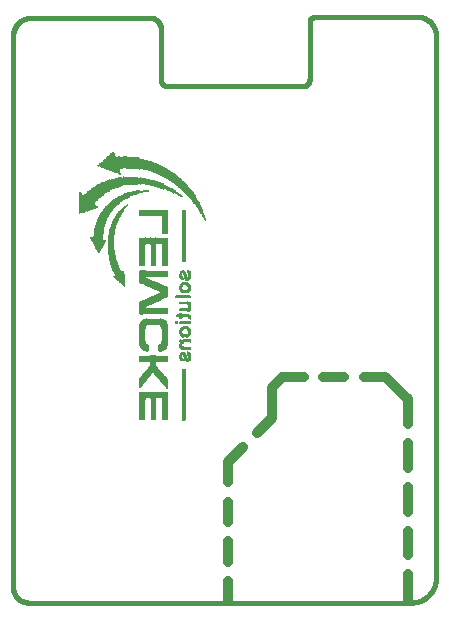
<source format=gbo>
G75*
%MOIN*%
%OFA0B0*%
%FSLAX25Y25*%
%IPPOS*%
%LPD*%
%AMOC8*
5,1,8,0,0,1.08239X$1,22.5*
%
%ADD10C,0.03200*%
%ADD11C,0.01600*%
%ADD12R,0.00100X0.00500*%
%ADD13R,0.00100X0.00700*%
%ADD14R,0.00100X0.00900*%
%ADD15R,0.00100X0.01200*%
%ADD16R,0.00100X0.01300*%
%ADD17R,0.00100X0.01500*%
%ADD18R,0.00100X0.01600*%
%ADD19R,0.00100X0.01800*%
%ADD20R,0.00100X0.01900*%
%ADD21R,0.00100X0.02000*%
%ADD22R,0.00100X0.02200*%
%ADD23R,0.00100X0.02400*%
%ADD24R,0.00100X0.02500*%
%ADD25R,0.00100X0.02600*%
%ADD26R,0.00100X0.02700*%
%ADD27R,0.00100X0.02800*%
%ADD28R,0.00100X0.02900*%
%ADD29R,0.00100X0.03000*%
%ADD30R,0.00100X0.03100*%
%ADD31R,0.00100X0.00800*%
%ADD32R,0.00100X0.01400*%
%ADD33R,0.00100X0.01100*%
%ADD34R,0.00100X0.01000*%
%ADD35R,0.00100X0.02100*%
%ADD36R,0.00100X0.03200*%
%ADD37R,0.00100X0.03300*%
%ADD38R,0.00100X0.01700*%
%ADD39R,0.00100X0.02300*%
%ADD40R,0.00100X0.17100*%
%ADD41R,0.00100X0.17000*%
%ADD42R,0.00100X0.17300*%
%ADD43R,0.00100X0.00600*%
%ADD44R,0.00100X0.00200*%
%ADD45R,0.00100X0.00300*%
%ADD46R,0.00100X0.17200*%
%ADD47R,0.00100X0.00400*%
%ADD48R,0.00100X0.07700*%
%ADD49R,0.00100X0.09200*%
%ADD50R,0.00100X0.06400*%
%ADD51R,0.00100X0.09100*%
%ADD52R,0.00100X0.08000*%
%ADD53R,0.00100X0.09500*%
%ADD54R,0.00100X0.07200*%
%ADD55R,0.00100X0.08100*%
%ADD56R,0.00100X0.09600*%
%ADD57R,0.00100X0.03500*%
%ADD58R,0.00100X0.08500*%
%ADD59R,0.00100X0.08800*%
%ADD60R,0.00100X0.03700*%
%ADD61R,0.00100X0.09400*%
%ADD62R,0.00100X0.03900*%
%ADD63R,0.00100X0.09800*%
%ADD64R,0.00100X0.04100*%
%ADD65R,0.00100X0.10000*%
%ADD66R,0.00100X0.10100*%
%ADD67R,0.00100X0.04200*%
%ADD68R,0.00100X0.10200*%
%ADD69R,0.00100X0.04300*%
%ADD70R,0.00100X0.10300*%
%ADD71R,0.00100X0.03400*%
%ADD72R,0.00100X0.10400*%
%ADD73R,0.00100X0.04500*%
%ADD74R,0.00100X0.10500*%
%ADD75R,0.00100X0.04600*%
%ADD76R,0.00100X0.10600*%
%ADD77R,0.00100X0.04700*%
%ADD78R,0.00100X0.04800*%
%ADD79R,0.00100X0.10700*%
%ADD80R,0.00100X0.04900*%
%ADD81R,0.00100X0.09300*%
%ADD82R,0.00100X0.06600*%
%ADD83R,0.00100X0.06500*%
%ADD84R,0.00100X0.06300*%
%ADD85R,0.00100X0.06100*%
%ADD86R,0.00100X0.06000*%
%ADD87R,0.00100X0.05900*%
%ADD88R,0.00100X0.05800*%
%ADD89R,0.00100X0.05700*%
%ADD90R,0.00100X0.06200*%
%ADD91R,0.00100X0.06700*%
%ADD92R,0.00100X0.00100*%
%ADD93R,0.00100X0.05000*%
%ADD94R,0.00100X0.03600*%
%ADD95R,0.00100X0.09700*%
%ADD96R,0.00100X0.04400*%
%ADD97R,0.00100X0.08900*%
%ADD98R,0.00100X0.08700*%
%ADD99R,0.00100X0.08300*%
%ADD100R,0.00100X0.07300*%
%ADD101R,0.00100X0.03800*%
%ADD102R,0.00100X0.04000*%
%ADD103R,0.00100X0.05100*%
%ADD104R,0.00100X0.05400*%
%ADD105R,0.00100X0.05600*%
%ADD106R,0.00100X0.05500*%
%ADD107R,0.00100X0.07000*%
%ADD108R,0.00100X0.07500*%
%ADD109R,0.00100X0.06900*%
%ADD110R,0.00100X0.05300*%
%ADD111R,0.00100X0.07800*%
%ADD112R,0.00100X0.06800*%
%ADD113R,0.00100X0.17400*%
%ADD114R,0.00100X0.16900*%
%ADD115R,0.00100X0.16400*%
%ADD116R,0.00100X0.16000*%
%ADD117R,0.00100X0.15600*%
%ADD118R,0.00100X0.15000*%
%ADD119R,0.00100X0.14500*%
%ADD120R,0.00100X0.13900*%
%ADD121R,0.00100X0.13300*%
%ADD122R,0.00100X0.12700*%
%ADD123R,0.00100X0.12200*%
%ADD124R,0.00100X0.11300*%
%ADD125R,0.00100X0.05200*%
%ADD126R,0.00100X0.07900*%
%ADD127R,0.00100X0.11800*%
%ADD128R,0.00100X0.11900*%
%ADD129R,0.00100X0.12000*%
%ADD130R,0.00100X0.11600*%
%ADD131R,0.00100X0.11400*%
%ADD132R,0.00100X0.11000*%
%ADD133R,0.00100X0.08400*%
%ADD134R,0.00100X0.07100*%
D10*
X0077178Y0017130D02*
X0077178Y0023944D01*
X0077178Y0030344D02*
X0077178Y0037158D01*
X0077178Y0043558D02*
X0077178Y0050372D01*
X0077178Y0056772D02*
X0077178Y0063587D01*
X0082199Y0068607D01*
X0086724Y0073133D02*
X0091745Y0078154D01*
X0091745Y0088390D01*
X0095288Y0091933D01*
X0102439Y0091933D01*
X0108839Y0091933D02*
X0115990Y0091933D01*
X0122390Y0091933D02*
X0129540Y0091933D01*
X0137020Y0084453D01*
X0137020Y0076266D01*
X0137020Y0069866D02*
X0137020Y0061679D01*
X0137020Y0055279D02*
X0137020Y0047091D01*
X0137020Y0040691D02*
X0137020Y0032504D01*
X0137020Y0026104D02*
X0137020Y0017917D01*
D11*
X0138202Y0016736D02*
X0010643Y0016736D01*
X0010502Y0016738D01*
X0010361Y0016744D01*
X0010220Y0016753D01*
X0010080Y0016767D01*
X0009940Y0016785D01*
X0009801Y0016806D01*
X0009662Y0016831D01*
X0009524Y0016860D01*
X0009387Y0016893D01*
X0009250Y0016929D01*
X0009115Y0016969D01*
X0008981Y0017013D01*
X0008848Y0017061D01*
X0008717Y0017112D01*
X0008587Y0017167D01*
X0008459Y0017226D01*
X0008332Y0017287D01*
X0008207Y0017353D01*
X0008084Y0017422D01*
X0007963Y0017494D01*
X0007844Y0017569D01*
X0007727Y0017648D01*
X0007612Y0017730D01*
X0007499Y0017815D01*
X0007389Y0017903D01*
X0007282Y0017994D01*
X0007177Y0018089D01*
X0007074Y0018186D01*
X0006975Y0018285D01*
X0006878Y0018388D01*
X0006783Y0018493D01*
X0006692Y0018600D01*
X0006604Y0018710D01*
X0006519Y0018823D01*
X0006437Y0018938D01*
X0006358Y0019055D01*
X0006283Y0019174D01*
X0006211Y0019295D01*
X0006142Y0019418D01*
X0006076Y0019543D01*
X0006015Y0019670D01*
X0005956Y0019798D01*
X0005901Y0019928D01*
X0005850Y0020059D01*
X0005802Y0020192D01*
X0005758Y0020326D01*
X0005718Y0020461D01*
X0005682Y0020598D01*
X0005649Y0020735D01*
X0005620Y0020873D01*
X0005595Y0021012D01*
X0005574Y0021151D01*
X0005556Y0021291D01*
X0005542Y0021431D01*
X0005533Y0021572D01*
X0005527Y0021713D01*
X0005525Y0021854D01*
X0005524Y0021854D02*
X0005524Y0205713D01*
X0005526Y0205865D01*
X0005532Y0206017D01*
X0005542Y0206169D01*
X0005555Y0206320D01*
X0005573Y0206471D01*
X0005594Y0206622D01*
X0005620Y0206772D01*
X0005649Y0206921D01*
X0005682Y0207070D01*
X0005719Y0207217D01*
X0005759Y0207364D01*
X0005804Y0207509D01*
X0005852Y0207653D01*
X0005904Y0207796D01*
X0005959Y0207938D01*
X0006018Y0208078D01*
X0006081Y0208217D01*
X0006147Y0208354D01*
X0006217Y0208489D01*
X0006290Y0208622D01*
X0006367Y0208753D01*
X0006447Y0208883D01*
X0006530Y0209010D01*
X0006616Y0209135D01*
X0006706Y0209258D01*
X0006799Y0209378D01*
X0006895Y0209496D01*
X0006994Y0209612D01*
X0007096Y0209725D01*
X0007200Y0209835D01*
X0007308Y0209943D01*
X0007418Y0210047D01*
X0007531Y0210149D01*
X0007647Y0210248D01*
X0007765Y0210344D01*
X0007885Y0210437D01*
X0008008Y0210527D01*
X0008133Y0210613D01*
X0008260Y0210696D01*
X0008390Y0210776D01*
X0008521Y0210853D01*
X0008654Y0210926D01*
X0008789Y0210996D01*
X0008926Y0211062D01*
X0009065Y0211125D01*
X0009205Y0211184D01*
X0009347Y0211239D01*
X0009490Y0211291D01*
X0009634Y0211339D01*
X0009779Y0211384D01*
X0009926Y0211424D01*
X0010073Y0211461D01*
X0010222Y0211494D01*
X0010371Y0211523D01*
X0010521Y0211549D01*
X0010672Y0211570D01*
X0010823Y0211588D01*
X0010974Y0211601D01*
X0011126Y0211611D01*
X0011278Y0211617D01*
X0011430Y0211619D01*
X0011430Y0211618D02*
X0051194Y0211618D01*
X0051310Y0211616D01*
X0051426Y0211610D01*
X0051541Y0211601D01*
X0051656Y0211588D01*
X0051771Y0211571D01*
X0051885Y0211550D01*
X0051999Y0211525D01*
X0052111Y0211497D01*
X0052222Y0211465D01*
X0052333Y0211430D01*
X0052442Y0211391D01*
X0052550Y0211348D01*
X0052656Y0211302D01*
X0052761Y0211253D01*
X0052864Y0211200D01*
X0052966Y0211143D01*
X0053065Y0211084D01*
X0053162Y0211021D01*
X0053258Y0210955D01*
X0053351Y0210886D01*
X0053442Y0210814D01*
X0053530Y0210739D01*
X0053616Y0210661D01*
X0053699Y0210580D01*
X0053780Y0210497D01*
X0053858Y0210411D01*
X0053933Y0210323D01*
X0054005Y0210232D01*
X0054074Y0210139D01*
X0054140Y0210043D01*
X0054203Y0209946D01*
X0054262Y0209847D01*
X0054319Y0209745D01*
X0054372Y0209642D01*
X0054421Y0209537D01*
X0054467Y0209431D01*
X0054510Y0209323D01*
X0054549Y0209214D01*
X0054584Y0209103D01*
X0054616Y0208992D01*
X0054644Y0208880D01*
X0054669Y0208766D01*
X0054690Y0208652D01*
X0054707Y0208537D01*
X0054720Y0208422D01*
X0054729Y0208307D01*
X0054735Y0208191D01*
X0054737Y0208075D01*
X0054737Y0191146D01*
X0054739Y0191051D01*
X0054745Y0190956D01*
X0054754Y0190861D01*
X0054768Y0190767D01*
X0054785Y0190674D01*
X0054806Y0190581D01*
X0054830Y0190489D01*
X0054859Y0190398D01*
X0054890Y0190308D01*
X0054926Y0190220D01*
X0054965Y0190133D01*
X0055008Y0190048D01*
X0055053Y0189965D01*
X0055103Y0189884D01*
X0055155Y0189804D01*
X0055211Y0189727D01*
X0055269Y0189652D01*
X0055331Y0189580D01*
X0055396Y0189510D01*
X0055463Y0189443D01*
X0055533Y0189378D01*
X0055605Y0189316D01*
X0055680Y0189258D01*
X0055757Y0189202D01*
X0055837Y0189150D01*
X0055918Y0189100D01*
X0056001Y0189055D01*
X0056086Y0189012D01*
X0056173Y0188973D01*
X0056261Y0188937D01*
X0056351Y0188906D01*
X0056442Y0188877D01*
X0056534Y0188853D01*
X0056627Y0188832D01*
X0056720Y0188815D01*
X0056814Y0188801D01*
X0056909Y0188792D01*
X0057004Y0188786D01*
X0057099Y0188784D01*
X0057099Y0188783D02*
X0101981Y0188783D01*
X0101981Y0188784D02*
X0102076Y0188786D01*
X0102171Y0188792D01*
X0102266Y0188801D01*
X0102360Y0188815D01*
X0102453Y0188832D01*
X0102546Y0188853D01*
X0102638Y0188877D01*
X0102729Y0188906D01*
X0102819Y0188937D01*
X0102907Y0188973D01*
X0102994Y0189012D01*
X0103079Y0189055D01*
X0103162Y0189100D01*
X0103243Y0189150D01*
X0103323Y0189202D01*
X0103400Y0189258D01*
X0103475Y0189316D01*
X0103547Y0189378D01*
X0103617Y0189443D01*
X0103684Y0189510D01*
X0103749Y0189580D01*
X0103811Y0189652D01*
X0103869Y0189727D01*
X0103925Y0189804D01*
X0103977Y0189884D01*
X0104027Y0189965D01*
X0104072Y0190048D01*
X0104115Y0190133D01*
X0104154Y0190220D01*
X0104190Y0190308D01*
X0104221Y0190398D01*
X0104250Y0190489D01*
X0104274Y0190581D01*
X0104295Y0190674D01*
X0104312Y0190767D01*
X0104326Y0190861D01*
X0104335Y0190956D01*
X0104341Y0191051D01*
X0104343Y0191146D01*
X0104343Y0210043D01*
X0104345Y0210129D01*
X0104350Y0210215D01*
X0104360Y0210300D01*
X0104373Y0210385D01*
X0104390Y0210469D01*
X0104410Y0210553D01*
X0104434Y0210635D01*
X0104462Y0210716D01*
X0104493Y0210797D01*
X0104527Y0210875D01*
X0104565Y0210952D01*
X0104607Y0211028D01*
X0104651Y0211101D01*
X0104699Y0211172D01*
X0104750Y0211242D01*
X0104804Y0211309D01*
X0104860Y0211373D01*
X0104920Y0211435D01*
X0104982Y0211495D01*
X0105046Y0211551D01*
X0105113Y0211605D01*
X0105183Y0211656D01*
X0105254Y0211704D01*
X0105328Y0211748D01*
X0105403Y0211790D01*
X0105480Y0211828D01*
X0105558Y0211862D01*
X0105639Y0211893D01*
X0105720Y0211921D01*
X0105802Y0211945D01*
X0105886Y0211965D01*
X0105970Y0211982D01*
X0106055Y0211995D01*
X0106140Y0212005D01*
X0106226Y0212010D01*
X0106312Y0212012D01*
X0140170Y0212012D01*
X0140327Y0212010D01*
X0140484Y0212004D01*
X0140641Y0211994D01*
X0140797Y0211981D01*
X0140953Y0211963D01*
X0141109Y0211942D01*
X0141264Y0211916D01*
X0141418Y0211887D01*
X0141572Y0211854D01*
X0141724Y0211817D01*
X0141876Y0211777D01*
X0142027Y0211732D01*
X0142176Y0211684D01*
X0142324Y0211632D01*
X0142471Y0211577D01*
X0142617Y0211517D01*
X0142761Y0211455D01*
X0142903Y0211388D01*
X0143044Y0211318D01*
X0143183Y0211245D01*
X0143320Y0211168D01*
X0143455Y0211088D01*
X0143587Y0211004D01*
X0143718Y0210917D01*
X0143847Y0210827D01*
X0143973Y0210734D01*
X0144097Y0210638D01*
X0144219Y0210538D01*
X0144338Y0210436D01*
X0144454Y0210330D01*
X0144568Y0210222D01*
X0144679Y0210111D01*
X0144787Y0209997D01*
X0144893Y0209881D01*
X0144995Y0209762D01*
X0145095Y0209640D01*
X0145191Y0209516D01*
X0145284Y0209390D01*
X0145374Y0209261D01*
X0145461Y0209130D01*
X0145545Y0208998D01*
X0145625Y0208863D01*
X0145702Y0208726D01*
X0145775Y0208587D01*
X0145845Y0208446D01*
X0145912Y0208304D01*
X0145974Y0208160D01*
X0146034Y0208014D01*
X0146089Y0207867D01*
X0146141Y0207719D01*
X0146189Y0207570D01*
X0146234Y0207419D01*
X0146274Y0207267D01*
X0146311Y0207115D01*
X0146344Y0206961D01*
X0146373Y0206807D01*
X0146399Y0206652D01*
X0146420Y0206496D01*
X0146438Y0206340D01*
X0146451Y0206184D01*
X0146461Y0206027D01*
X0146467Y0205870D01*
X0146469Y0205713D01*
X0146469Y0025004D01*
X0146470Y0025004D02*
X0146468Y0024804D01*
X0146460Y0024605D01*
X0146448Y0024405D01*
X0146431Y0024206D01*
X0146410Y0024007D01*
X0146383Y0023809D01*
X0146352Y0023612D01*
X0146316Y0023415D01*
X0146275Y0023220D01*
X0146230Y0023025D01*
X0146180Y0022832D01*
X0146125Y0022640D01*
X0146065Y0022449D01*
X0146001Y0022260D01*
X0145933Y0022072D01*
X0145860Y0021886D01*
X0145782Y0021702D01*
X0145700Y0021520D01*
X0145614Y0021340D01*
X0145523Y0021162D01*
X0145428Y0020986D01*
X0145329Y0020812D01*
X0145225Y0020641D01*
X0145118Y0020473D01*
X0145006Y0020307D01*
X0144891Y0020144D01*
X0144772Y0019984D01*
X0144648Y0019827D01*
X0144521Y0019672D01*
X0144391Y0019521D01*
X0144256Y0019373D01*
X0144119Y0019229D01*
X0143977Y0019087D01*
X0143833Y0018950D01*
X0143685Y0018815D01*
X0143534Y0018685D01*
X0143379Y0018558D01*
X0143222Y0018434D01*
X0143062Y0018315D01*
X0142899Y0018200D01*
X0142733Y0018088D01*
X0142565Y0017981D01*
X0142394Y0017877D01*
X0142220Y0017778D01*
X0142044Y0017683D01*
X0141866Y0017592D01*
X0141686Y0017506D01*
X0141504Y0017424D01*
X0141320Y0017346D01*
X0141134Y0017273D01*
X0140946Y0017205D01*
X0140757Y0017141D01*
X0140566Y0017081D01*
X0140374Y0017026D01*
X0140181Y0016976D01*
X0139986Y0016931D01*
X0139791Y0016890D01*
X0139594Y0016854D01*
X0139397Y0016823D01*
X0139199Y0016796D01*
X0139000Y0016775D01*
X0138801Y0016758D01*
X0138601Y0016746D01*
X0138402Y0016738D01*
X0138202Y0016736D01*
D12*
X0064962Y0115755D03*
X0069762Y0144355D03*
X0061362Y0152455D03*
X0061262Y0152555D03*
X0061062Y0152655D03*
X0050062Y0153855D03*
X0049962Y0153855D03*
X0049862Y0153855D03*
X0049762Y0153855D03*
X0049662Y0153855D03*
X0049562Y0153855D03*
X0043562Y0148955D03*
X0043462Y0148855D03*
X0041362Y0159755D03*
X0034162Y0162355D03*
X0033662Y0148555D03*
X0033562Y0148555D03*
X0039362Y0125155D03*
D13*
X0042962Y0122555D03*
X0031762Y0138155D03*
X0043062Y0148455D03*
X0048662Y0153755D03*
X0048762Y0153755D03*
X0048862Y0153755D03*
X0048962Y0153755D03*
X0060462Y0153055D03*
X0060562Y0152955D03*
X0060662Y0152955D03*
X0060762Y0152855D03*
X0069662Y0144555D03*
X0064962Y0125755D03*
X0064962Y0121655D03*
X0061262Y0116555D03*
X0060262Y0112255D03*
X0061262Y0109955D03*
X0061162Y0102155D03*
X0034362Y0162455D03*
D14*
X0034462Y0162455D03*
X0033262Y0148655D03*
X0031862Y0138055D03*
X0039662Y0125155D03*
X0042762Y0148155D03*
X0042862Y0148255D03*
X0047962Y0153655D03*
X0048062Y0153655D03*
X0048162Y0153655D03*
X0048262Y0153655D03*
X0059762Y0153455D03*
X0059962Y0153355D03*
X0060062Y0153255D03*
X0060162Y0153255D03*
X0069562Y0144755D03*
X0063762Y0126955D03*
X0062262Y0124755D03*
X0062162Y0124755D03*
X0061162Y0121655D03*
X0060062Y0118555D03*
X0059962Y0118555D03*
X0061362Y0116555D03*
X0061462Y0116555D03*
X0061562Y0116555D03*
X0061662Y0116555D03*
X0061762Y0116555D03*
X0061862Y0116555D03*
X0061962Y0116555D03*
X0062062Y0116555D03*
X0062162Y0116555D03*
X0062262Y0116555D03*
X0062362Y0116555D03*
X0062462Y0116555D03*
X0062562Y0116555D03*
X0062662Y0116555D03*
X0062762Y0116555D03*
X0062862Y0116555D03*
X0062962Y0116555D03*
X0063062Y0116555D03*
X0063162Y0116555D03*
X0063262Y0116555D03*
X0063362Y0116555D03*
X0063462Y0116555D03*
X0063562Y0116555D03*
X0063662Y0116555D03*
X0064662Y0118555D03*
X0064762Y0118555D03*
X0064762Y0114155D03*
X0064762Y0109955D03*
X0061162Y0106855D03*
X0061462Y0103855D03*
X0064762Y0103755D03*
X0064762Y0101455D03*
X0061162Y0098655D03*
X0062262Y0097555D03*
X0060462Y0109955D03*
X0059762Y0109955D03*
D15*
X0062062Y0107905D03*
X0062062Y0105905D03*
X0062162Y0103705D03*
X0062262Y0103705D03*
X0061262Y0102205D03*
X0062062Y0101605D03*
X0064162Y0099605D03*
X0064062Y0105905D03*
X0064062Y0107905D03*
X0062062Y0112205D03*
X0063862Y0114305D03*
X0064062Y0116405D03*
X0064062Y0120605D03*
X0064062Y0122605D03*
X0063662Y0124705D03*
X0062462Y0126705D03*
X0062062Y0120605D03*
X0069462Y0145105D03*
X0058762Y0154005D03*
X0058662Y0154105D03*
X0058562Y0154105D03*
X0058462Y0154205D03*
X0058262Y0154305D03*
X0047162Y0153505D03*
X0046762Y0153405D03*
X0046662Y0153405D03*
X0046562Y0153405D03*
X0042362Y0147705D03*
X0042262Y0147605D03*
X0032962Y0148705D03*
D16*
X0032062Y0137855D03*
X0035962Y0136855D03*
X0046062Y0153255D03*
X0046162Y0153255D03*
X0046262Y0153355D03*
X0046362Y0153355D03*
X0046462Y0153355D03*
X0057762Y0154555D03*
X0057962Y0154455D03*
X0058062Y0154355D03*
X0058162Y0154355D03*
X0058362Y0154255D03*
X0069362Y0145255D03*
X0063962Y0114355D03*
X0062062Y0103655D03*
X0062462Y0099555D03*
X0063562Y0097655D03*
X0034762Y0162555D03*
D17*
X0032762Y0148755D03*
X0041962Y0147255D03*
X0045062Y0152955D03*
X0045162Y0152955D03*
X0045362Y0153055D03*
X0045662Y0153155D03*
X0056662Y0155055D03*
X0056862Y0154955D03*
X0056962Y0154955D03*
X0057062Y0154855D03*
X0057262Y0154755D03*
X0057362Y0154755D03*
X0069262Y0145555D03*
X0062562Y0126555D03*
X0061262Y0125755D03*
X0064862Y0125755D03*
X0061262Y0121655D03*
X0064762Y0115755D03*
X0064162Y0111955D03*
X0064462Y0111855D03*
X0061262Y0106855D03*
X0061362Y0102255D03*
X0061262Y0098655D03*
X0064862Y0098655D03*
X0032162Y0137755D03*
D18*
X0032262Y0137605D03*
X0035862Y0136805D03*
X0041762Y0147005D03*
X0041862Y0147105D03*
X0044362Y0152705D03*
X0044662Y0152805D03*
X0044762Y0152805D03*
X0044862Y0152905D03*
X0044962Y0152905D03*
X0055862Y0155405D03*
X0056062Y0155305D03*
X0056162Y0155305D03*
X0056262Y0155205D03*
X0056362Y0155205D03*
X0056462Y0155105D03*
X0056562Y0155105D03*
X0056762Y0155005D03*
X0069062Y0146005D03*
X0069162Y0145805D03*
X0064362Y0111905D03*
X0064262Y0111905D03*
X0062562Y0099405D03*
X0034962Y0162605D03*
D19*
X0043562Y0152405D03*
X0043662Y0152405D03*
X0043462Y0152305D03*
X0043862Y0152505D03*
X0041562Y0146705D03*
X0035762Y0136705D03*
X0032362Y0137505D03*
X0053862Y0156105D03*
X0054162Y0156005D03*
X0054262Y0156005D03*
X0054362Y0156005D03*
X0054462Y0155905D03*
X0054562Y0155905D03*
X0054662Y0155805D03*
X0054762Y0155805D03*
X0055062Y0155705D03*
X0068962Y0146205D03*
X0064762Y0121605D03*
X0064662Y0115805D03*
X0061962Y0112205D03*
X0064762Y0106905D03*
X0063462Y0097905D03*
D20*
X0062662Y0099155D03*
X0061362Y0098655D03*
X0057162Y0097955D03*
X0061362Y0106855D03*
X0057162Y0113955D03*
X0061362Y0121655D03*
X0061362Y0125755D03*
X0057162Y0126355D03*
X0068862Y0146455D03*
X0068762Y0146655D03*
X0054062Y0156055D03*
X0053962Y0156055D03*
X0053762Y0156155D03*
X0053662Y0156155D03*
X0053562Y0156255D03*
X0053462Y0156255D03*
X0053362Y0156255D03*
X0053262Y0156255D03*
X0053162Y0156355D03*
X0053062Y0156355D03*
X0052962Y0156355D03*
X0052762Y0156455D03*
X0052362Y0156555D03*
X0043362Y0152255D03*
X0043262Y0152255D03*
X0043162Y0152155D03*
X0043062Y0152155D03*
X0042862Y0152055D03*
X0041462Y0146555D03*
X0035662Y0136655D03*
X0035262Y0162655D03*
D21*
X0035362Y0162705D03*
X0042362Y0151805D03*
X0042562Y0151905D03*
X0042762Y0152005D03*
X0042962Y0152105D03*
X0041362Y0146405D03*
X0032462Y0137405D03*
X0051262Y0156805D03*
X0051662Y0156705D03*
X0051762Y0156705D03*
X0051862Y0156705D03*
X0052062Y0156605D03*
X0052162Y0156605D03*
X0052262Y0156605D03*
X0052462Y0156505D03*
X0052562Y0156505D03*
X0052662Y0156505D03*
X0052862Y0156405D03*
X0068662Y0146905D03*
X0062662Y0126305D03*
X0064762Y0125805D03*
X0061862Y0112205D03*
X0064762Y0098605D03*
D22*
X0063362Y0098105D03*
X0055262Y0085805D03*
X0055162Y0085805D03*
X0055062Y0085805D03*
X0054962Y0085805D03*
X0054862Y0085805D03*
X0054762Y0085805D03*
X0054662Y0085805D03*
X0054562Y0085805D03*
X0054462Y0085805D03*
X0054362Y0085805D03*
X0054262Y0085805D03*
X0054162Y0085805D03*
X0054062Y0085805D03*
X0053962Y0085805D03*
X0053862Y0085805D03*
X0053762Y0085805D03*
X0053662Y0085805D03*
X0053562Y0085805D03*
X0053462Y0085805D03*
X0053362Y0085805D03*
X0051462Y0085805D03*
X0051362Y0085805D03*
X0051262Y0085805D03*
X0051162Y0085805D03*
X0051062Y0085805D03*
X0050962Y0085805D03*
X0050862Y0085805D03*
X0050762Y0085805D03*
X0050662Y0085805D03*
X0050562Y0085805D03*
X0050462Y0085805D03*
X0050362Y0085805D03*
X0050262Y0085805D03*
X0050162Y0085805D03*
X0050062Y0085805D03*
X0049962Y0085805D03*
X0049862Y0085805D03*
X0049762Y0085805D03*
X0050662Y0110205D03*
X0050762Y0110205D03*
X0050862Y0110205D03*
X0050962Y0110205D03*
X0051062Y0110205D03*
X0051162Y0110205D03*
X0051262Y0110205D03*
X0051362Y0110205D03*
X0051462Y0110205D03*
X0051562Y0110205D03*
X0051662Y0110205D03*
X0051762Y0110205D03*
X0051862Y0110205D03*
X0051962Y0110205D03*
X0052062Y0110205D03*
X0052162Y0110205D03*
X0052262Y0110205D03*
X0052362Y0110205D03*
X0052462Y0110205D03*
X0052562Y0110205D03*
X0052662Y0110205D03*
X0052762Y0110205D03*
X0052862Y0110205D03*
X0052962Y0110205D03*
X0053062Y0110205D03*
X0053162Y0110205D03*
X0053262Y0110205D03*
X0053362Y0110205D03*
X0053462Y0110205D03*
X0053562Y0110205D03*
X0053662Y0110205D03*
X0053762Y0110205D03*
X0053862Y0110205D03*
X0053962Y0110205D03*
X0054062Y0110205D03*
X0054162Y0110205D03*
X0054262Y0110205D03*
X0061462Y0121605D03*
X0064662Y0121605D03*
X0062762Y0126105D03*
X0061462Y0125805D03*
X0068562Y0147105D03*
X0068462Y0147305D03*
X0068362Y0147505D03*
X0050762Y0156905D03*
X0050662Y0156905D03*
X0050362Y0157005D03*
X0050262Y0157005D03*
X0050162Y0157005D03*
X0049862Y0157105D03*
X0049762Y0157105D03*
X0049662Y0157105D03*
X0049562Y0157105D03*
X0049462Y0157105D03*
X0049262Y0157205D03*
X0049162Y0157205D03*
X0049062Y0157205D03*
X0048962Y0157205D03*
X0048862Y0157205D03*
X0041862Y0151505D03*
X0041662Y0151405D03*
X0041562Y0151305D03*
X0041362Y0151205D03*
X0041162Y0146105D03*
X0035562Y0136605D03*
X0048062Y0146505D03*
D23*
X0040962Y0145805D03*
X0040862Y0145605D03*
X0040762Y0150805D03*
X0040962Y0150905D03*
X0041062Y0151005D03*
X0045962Y0157405D03*
X0046062Y0157405D03*
X0046162Y0157405D03*
X0046262Y0157405D03*
X0046362Y0157405D03*
X0046462Y0157405D03*
X0046562Y0157405D03*
X0046662Y0157405D03*
X0046762Y0157405D03*
X0046862Y0157405D03*
X0046962Y0157405D03*
X0047062Y0157405D03*
X0047162Y0157405D03*
X0047262Y0157405D03*
X0048062Y0157305D03*
X0035662Y0162805D03*
X0051562Y0137205D03*
X0053262Y0137205D03*
X0049862Y0123705D03*
X0050062Y0123605D03*
X0050262Y0123505D03*
X0050462Y0123405D03*
X0050562Y0123405D03*
X0050762Y0123305D03*
X0050862Y0123305D03*
X0051062Y0123205D03*
X0051162Y0123105D03*
X0051262Y0123105D03*
X0051462Y0123005D03*
X0051562Y0123005D03*
X0051762Y0122905D03*
X0051962Y0122805D03*
X0052162Y0122705D03*
X0052262Y0122705D03*
X0052462Y0122605D03*
X0052662Y0122505D03*
X0052862Y0122405D03*
X0052962Y0122405D03*
X0053062Y0122305D03*
X0053162Y0122305D03*
X0053262Y0122205D03*
X0053362Y0122205D03*
X0053562Y0122105D03*
X0053662Y0122105D03*
X0053862Y0122005D03*
X0053962Y0121905D03*
X0054062Y0121905D03*
X0054262Y0121805D03*
X0054362Y0121805D03*
X0054562Y0121705D03*
X0054762Y0121605D03*
X0054962Y0121505D03*
X0055062Y0121505D03*
X0055162Y0121405D03*
X0055162Y0118905D03*
X0055062Y0118805D03*
X0054962Y0118805D03*
X0054862Y0118705D03*
X0054762Y0118705D03*
X0054662Y0118605D03*
X0054562Y0118605D03*
X0054462Y0118505D03*
X0054362Y0118505D03*
X0054262Y0118505D03*
X0054162Y0118405D03*
X0054062Y0118405D03*
X0053862Y0118305D03*
X0053662Y0118205D03*
X0053562Y0118205D03*
X0053462Y0118105D03*
X0053362Y0118105D03*
X0053162Y0118005D03*
X0052962Y0117905D03*
X0052862Y0117905D03*
X0052762Y0117805D03*
X0052662Y0117805D03*
X0052462Y0117705D03*
X0052262Y0117605D03*
X0052162Y0117605D03*
X0051962Y0117505D03*
X0051762Y0117405D03*
X0051562Y0117305D03*
X0051462Y0117305D03*
X0051362Y0117205D03*
X0051262Y0117205D03*
X0051062Y0117105D03*
X0050862Y0117005D03*
X0050762Y0117005D03*
X0050562Y0116905D03*
X0050362Y0116805D03*
X0050162Y0116705D03*
X0050062Y0116705D03*
X0050062Y0110105D03*
X0050162Y0110105D03*
X0054662Y0110105D03*
X0054762Y0110105D03*
X0054762Y0101605D03*
X0054662Y0101605D03*
X0054562Y0101605D03*
X0053262Y0097905D03*
X0050462Y0101605D03*
X0050362Y0101605D03*
X0050162Y0101705D03*
X0049662Y0085705D03*
X0062862Y0098805D03*
X0064662Y0098605D03*
X0064562Y0121605D03*
X0063262Y0125405D03*
X0064662Y0125805D03*
X0061562Y0125805D03*
X0068262Y0147705D03*
X0068162Y0147905D03*
D24*
X0068062Y0148055D03*
X0067962Y0148255D03*
X0062862Y0125955D03*
X0063162Y0125555D03*
X0061562Y0121655D03*
X0053462Y0122155D03*
X0052762Y0122455D03*
X0052562Y0122555D03*
X0052362Y0122655D03*
X0052062Y0122755D03*
X0051862Y0122855D03*
X0051662Y0122955D03*
X0051362Y0123055D03*
X0050962Y0123255D03*
X0050662Y0123355D03*
X0050362Y0123455D03*
X0050162Y0123555D03*
X0049962Y0123655D03*
X0052562Y0117755D03*
X0052362Y0117655D03*
X0052062Y0117555D03*
X0051862Y0117455D03*
X0051662Y0117355D03*
X0051162Y0117155D03*
X0050962Y0117055D03*
X0050662Y0116955D03*
X0050462Y0116855D03*
X0050262Y0116755D03*
X0049962Y0116655D03*
X0049862Y0116555D03*
X0054862Y0110055D03*
X0061562Y0106855D03*
X0064562Y0106855D03*
X0062962Y0098655D03*
X0063062Y0098555D03*
X0063162Y0098455D03*
X0061562Y0098655D03*
X0054862Y0101655D03*
X0050262Y0101655D03*
X0050062Y0101755D03*
X0049662Y0137155D03*
X0040762Y0145455D03*
X0040462Y0150555D03*
X0040562Y0150655D03*
X0040662Y0150755D03*
X0040862Y0150855D03*
X0045562Y0157355D03*
X0045662Y0157355D03*
X0045762Y0157355D03*
X0045862Y0157355D03*
D25*
X0045462Y0157405D03*
X0045362Y0157405D03*
X0045262Y0157405D03*
X0045162Y0157405D03*
X0045062Y0157405D03*
X0044962Y0157405D03*
X0044862Y0157405D03*
X0044762Y0157405D03*
X0044662Y0157405D03*
X0044062Y0157305D03*
X0043962Y0157305D03*
X0040362Y0150505D03*
X0040262Y0150405D03*
X0040662Y0145305D03*
X0035762Y0162805D03*
X0061662Y0125805D03*
X0062962Y0125805D03*
X0063062Y0125705D03*
X0064562Y0125805D03*
X0064462Y0121605D03*
X0064462Y0106905D03*
X0064562Y0098605D03*
X0061662Y0098605D03*
X0054962Y0101705D03*
X0049862Y0109905D03*
X0049962Y0110005D03*
X0067862Y0148405D03*
X0067762Y0148605D03*
X0067662Y0148805D03*
X0067462Y0149105D03*
D26*
X0067362Y0149255D03*
X0067262Y0149455D03*
X0067562Y0148955D03*
X0061662Y0121655D03*
X0055062Y0109955D03*
X0054962Y0109955D03*
X0061662Y0106855D03*
X0061762Y0098655D03*
X0055062Y0101755D03*
X0049962Y0101855D03*
X0042762Y0123655D03*
X0040062Y0150255D03*
X0040162Y0150355D03*
X0043462Y0157255D03*
X0043562Y0157255D03*
X0043662Y0157255D03*
X0043762Y0157255D03*
X0043862Y0157255D03*
X0044162Y0157355D03*
X0044262Y0157355D03*
X0044362Y0157355D03*
X0044462Y0157355D03*
X0044562Y0157355D03*
X0035862Y0162855D03*
D27*
X0035962Y0162905D03*
X0042962Y0157205D03*
X0043062Y0157205D03*
X0043162Y0157205D03*
X0043262Y0157205D03*
X0043362Y0157205D03*
X0039962Y0150205D03*
X0039862Y0150105D03*
X0039762Y0150005D03*
X0039662Y0149905D03*
X0040562Y0145105D03*
X0040462Y0144905D03*
X0032562Y0137605D03*
X0049762Y0109805D03*
X0055162Y0109805D03*
X0055162Y0101905D03*
X0049862Y0101905D03*
X0064462Y0098605D03*
X0064362Y0106905D03*
X0064362Y0121605D03*
X0064462Y0125805D03*
X0061862Y0125805D03*
X0061762Y0125805D03*
X0067162Y0149605D03*
X0066962Y0149905D03*
X0066762Y0150205D03*
D28*
X0066662Y0150355D03*
X0066562Y0150555D03*
X0066462Y0150655D03*
X0066262Y0150955D03*
X0066862Y0150055D03*
X0067062Y0149755D03*
X0064362Y0125755D03*
X0061762Y0121655D03*
X0057162Y0120155D03*
X0061762Y0106855D03*
X0061862Y0098655D03*
X0057162Y0089655D03*
X0049762Y0102055D03*
X0039362Y0149655D03*
X0039462Y0149755D03*
X0039562Y0149855D03*
X0042062Y0157055D03*
X0042162Y0157055D03*
X0042262Y0157055D03*
X0042462Y0157155D03*
X0042562Y0157155D03*
X0042662Y0157155D03*
X0042762Y0157155D03*
X0042862Y0157155D03*
D29*
X0042362Y0157105D03*
X0041962Y0157005D03*
X0041862Y0157005D03*
X0041762Y0157005D03*
X0041662Y0157005D03*
X0041462Y0156905D03*
X0041362Y0156905D03*
X0039262Y0149605D03*
X0039162Y0149505D03*
X0039062Y0149405D03*
X0040362Y0144705D03*
X0037362Y0136005D03*
X0036062Y0162905D03*
X0064862Y0152805D03*
X0064962Y0152705D03*
X0065262Y0152305D03*
X0065362Y0152205D03*
X0065562Y0151905D03*
X0065662Y0151805D03*
X0065762Y0151605D03*
X0065862Y0151505D03*
X0066062Y0151205D03*
X0066162Y0151105D03*
X0066362Y0150805D03*
X0064262Y0121605D03*
X0061862Y0121605D03*
X0061862Y0106905D03*
X0064262Y0106905D03*
X0061562Y0102805D03*
X0064262Y0098605D03*
X0064362Y0098605D03*
D30*
X0061662Y0102755D03*
X0061962Y0106855D03*
X0064162Y0106855D03*
X0064462Y0115255D03*
X0064562Y0115255D03*
X0064162Y0121655D03*
X0061962Y0121655D03*
X0064262Y0125755D03*
X0065962Y0151355D03*
X0065462Y0152055D03*
X0065162Y0152455D03*
X0065062Y0152555D03*
X0064762Y0152955D03*
X0064662Y0153055D03*
X0064562Y0153155D03*
X0064462Y0153255D03*
X0064362Y0153355D03*
X0064262Y0153555D03*
X0064162Y0153655D03*
X0064062Y0153755D03*
X0063962Y0153855D03*
X0063862Y0153955D03*
X0063762Y0154055D03*
X0063662Y0154155D03*
X0063562Y0154255D03*
X0063262Y0154555D03*
X0062962Y0154855D03*
X0062662Y0155155D03*
X0062362Y0155455D03*
X0062062Y0155755D03*
X0061862Y0155955D03*
X0061762Y0156055D03*
X0061662Y0156155D03*
X0061562Y0156255D03*
X0061462Y0156355D03*
X0061362Y0156455D03*
X0061262Y0156555D03*
X0060962Y0156755D03*
X0060862Y0156855D03*
X0060762Y0156955D03*
X0060662Y0157055D03*
X0060362Y0157255D03*
X0060262Y0157355D03*
X0060162Y0157455D03*
X0060062Y0157555D03*
X0059762Y0157755D03*
X0059662Y0157855D03*
X0059062Y0158255D03*
X0058962Y0158355D03*
X0058762Y0158455D03*
X0058662Y0158555D03*
X0058362Y0158755D03*
X0058262Y0158855D03*
X0058062Y0158955D03*
X0057962Y0159055D03*
X0057462Y0159355D03*
X0057262Y0159455D03*
X0056962Y0159655D03*
X0056862Y0159755D03*
X0056762Y0159755D03*
X0056462Y0159955D03*
X0056262Y0160055D03*
X0055862Y0160255D03*
X0041562Y0156955D03*
X0041262Y0156855D03*
X0041162Y0156855D03*
X0041062Y0156855D03*
X0040862Y0156755D03*
X0040762Y0156755D03*
X0040662Y0156755D03*
X0040362Y0156655D03*
X0038962Y0149255D03*
X0040262Y0144555D03*
X0036162Y0162955D03*
X0051262Y0093855D03*
X0051162Y0093755D03*
X0051062Y0093655D03*
X0050762Y0093255D03*
X0050662Y0093155D03*
X0050562Y0093055D03*
X0053262Y0093955D03*
X0053362Y0093855D03*
X0053462Y0093755D03*
X0053662Y0093455D03*
X0053762Y0093355D03*
X0053862Y0093255D03*
X0053962Y0093155D03*
X0054062Y0093055D03*
X0054162Y0092955D03*
D31*
X0061362Y0103805D03*
X0063762Y0099805D03*
X0064962Y0098605D03*
X0064962Y0106905D03*
X0059662Y0110005D03*
X0061162Y0125805D03*
X0060362Y0153105D03*
X0060262Y0153205D03*
X0048562Y0153705D03*
X0048462Y0153705D03*
X0048362Y0153705D03*
X0042962Y0148405D03*
X0036262Y0137105D03*
X0039562Y0125105D03*
X0033362Y0148605D03*
X0041262Y0159905D03*
D32*
X0045262Y0153005D03*
X0045462Y0153105D03*
X0045562Y0153105D03*
X0045762Y0153205D03*
X0045862Y0153205D03*
X0045962Y0153205D03*
X0042162Y0147505D03*
X0042062Y0147405D03*
X0032862Y0148705D03*
X0034862Y0162605D03*
X0057162Y0154805D03*
X0057462Y0154705D03*
X0057562Y0154605D03*
X0057662Y0154605D03*
X0057862Y0154505D03*
X0063562Y0124805D03*
X0064862Y0121605D03*
X0064062Y0114405D03*
X0064562Y0111805D03*
X0064662Y0111805D03*
X0064862Y0106905D03*
D33*
X0063962Y0107955D03*
X0063862Y0108055D03*
X0062462Y0108155D03*
X0062262Y0108055D03*
X0062162Y0107955D03*
X0062162Y0105755D03*
X0062362Y0105655D03*
X0063462Y0105555D03*
X0063762Y0105655D03*
X0063962Y0105755D03*
X0062462Y0103755D03*
X0062362Y0103755D03*
X0062162Y0101555D03*
X0062262Y0101455D03*
X0062362Y0101455D03*
X0062362Y0099655D03*
X0063962Y0099755D03*
X0064162Y0097555D03*
X0063662Y0097555D03*
X0064762Y0111755D03*
X0064062Y0112155D03*
X0063762Y0114255D03*
X0063662Y0114255D03*
X0064862Y0115755D03*
X0063962Y0116455D03*
X0063862Y0120455D03*
X0063962Y0120555D03*
X0062262Y0120455D03*
X0062162Y0120555D03*
X0062062Y0122655D03*
X0062162Y0122755D03*
X0063462Y0122955D03*
X0063762Y0122855D03*
X0063962Y0122755D03*
X0063762Y0124655D03*
X0064162Y0124755D03*
X0064162Y0126755D03*
X0064062Y0126855D03*
X0061962Y0126755D03*
X0061962Y0124855D03*
X0042462Y0147855D03*
X0042562Y0147955D03*
X0046862Y0153455D03*
X0046962Y0153455D03*
X0047062Y0153455D03*
X0047262Y0153555D03*
X0047362Y0153555D03*
X0047462Y0153555D03*
X0041162Y0160055D03*
X0034662Y0162555D03*
X0033162Y0148655D03*
X0033062Y0148655D03*
X0031962Y0137955D03*
X0036062Y0136955D03*
X0058862Y0153955D03*
X0058962Y0153955D03*
X0059062Y0153855D03*
X0059262Y0153755D03*
D34*
X0059162Y0153805D03*
X0059362Y0153705D03*
X0059462Y0153605D03*
X0059562Y0153605D03*
X0059662Y0153505D03*
X0059862Y0153405D03*
X0047862Y0153605D03*
X0047762Y0153605D03*
X0047662Y0153605D03*
X0047562Y0153605D03*
X0042662Y0148105D03*
X0036162Y0137005D03*
X0034562Y0162505D03*
X0062062Y0126805D03*
X0062162Y0126805D03*
X0062262Y0126805D03*
X0062362Y0126805D03*
X0063862Y0126905D03*
X0063962Y0126905D03*
X0064062Y0124705D03*
X0063962Y0124605D03*
X0063862Y0124605D03*
X0063362Y0123005D03*
X0063262Y0123005D03*
X0063162Y0123005D03*
X0063062Y0123005D03*
X0062962Y0123005D03*
X0062862Y0123005D03*
X0062762Y0123005D03*
X0062662Y0123005D03*
X0062562Y0122905D03*
X0062462Y0122905D03*
X0062362Y0122905D03*
X0062262Y0122805D03*
X0063562Y0122905D03*
X0063662Y0122905D03*
X0063862Y0122805D03*
X0063762Y0120405D03*
X0063662Y0120405D03*
X0063562Y0120305D03*
X0063462Y0120305D03*
X0063362Y0120305D03*
X0063262Y0120305D03*
X0063162Y0120305D03*
X0063062Y0120305D03*
X0062962Y0120305D03*
X0062862Y0120305D03*
X0062762Y0120305D03*
X0062662Y0120305D03*
X0062562Y0120305D03*
X0062462Y0120405D03*
X0062362Y0120405D03*
X0062362Y0118505D03*
X0062262Y0118505D03*
X0062162Y0118505D03*
X0062062Y0118505D03*
X0061962Y0118505D03*
X0061862Y0118505D03*
X0061762Y0118505D03*
X0061662Y0118505D03*
X0061562Y0118505D03*
X0061462Y0118505D03*
X0061362Y0118505D03*
X0061262Y0118505D03*
X0061162Y0118505D03*
X0061062Y0118505D03*
X0060962Y0118505D03*
X0060862Y0118505D03*
X0060762Y0118505D03*
X0060662Y0118505D03*
X0060562Y0118505D03*
X0060462Y0118505D03*
X0060362Y0118505D03*
X0060262Y0118505D03*
X0060162Y0118505D03*
X0062462Y0118505D03*
X0062562Y0118505D03*
X0062662Y0118505D03*
X0062762Y0118505D03*
X0062862Y0118505D03*
X0062962Y0118505D03*
X0063062Y0118505D03*
X0063162Y0118505D03*
X0063262Y0118505D03*
X0063362Y0118505D03*
X0063462Y0118505D03*
X0063562Y0118505D03*
X0063662Y0118505D03*
X0063762Y0118505D03*
X0063862Y0118505D03*
X0063962Y0118505D03*
X0064062Y0118505D03*
X0064162Y0118505D03*
X0064262Y0118505D03*
X0064362Y0118505D03*
X0064462Y0118505D03*
X0064562Y0118505D03*
X0063862Y0116505D03*
X0063762Y0116505D03*
X0063562Y0114205D03*
X0063462Y0114205D03*
X0063362Y0114205D03*
X0063262Y0114205D03*
X0063162Y0114205D03*
X0063062Y0114205D03*
X0062962Y0114205D03*
X0062862Y0114205D03*
X0062762Y0114205D03*
X0062662Y0114205D03*
X0062562Y0114205D03*
X0062462Y0114205D03*
X0062362Y0114205D03*
X0062262Y0114205D03*
X0062162Y0114205D03*
X0062062Y0114205D03*
X0061962Y0114205D03*
X0061862Y0114205D03*
X0061762Y0114205D03*
X0061662Y0114205D03*
X0061562Y0114205D03*
X0061462Y0114205D03*
X0061362Y0114205D03*
X0061162Y0112205D03*
X0061062Y0112205D03*
X0060962Y0112205D03*
X0060862Y0112205D03*
X0060762Y0112205D03*
X0060662Y0112205D03*
X0060562Y0112205D03*
X0060462Y0112205D03*
X0060362Y0112205D03*
X0062162Y0112205D03*
X0062262Y0112205D03*
X0062362Y0112205D03*
X0062462Y0112205D03*
X0062562Y0112205D03*
X0062662Y0112205D03*
X0062762Y0112205D03*
X0062862Y0112205D03*
X0062962Y0112205D03*
X0063062Y0112205D03*
X0063162Y0112205D03*
X0063262Y0112205D03*
X0063362Y0112205D03*
X0063462Y0112205D03*
X0063562Y0112205D03*
X0063662Y0112205D03*
X0063762Y0112205D03*
X0063862Y0112205D03*
X0063962Y0112205D03*
X0064662Y0114205D03*
X0064662Y0110005D03*
X0064562Y0110005D03*
X0064462Y0110005D03*
X0064362Y0110005D03*
X0064262Y0110005D03*
X0064162Y0110005D03*
X0064062Y0110005D03*
X0063962Y0110005D03*
X0063862Y0110005D03*
X0063762Y0110005D03*
X0063662Y0110005D03*
X0063562Y0110005D03*
X0063462Y0110005D03*
X0063362Y0110005D03*
X0063262Y0110005D03*
X0063162Y0110005D03*
X0063062Y0110005D03*
X0062962Y0110005D03*
X0062862Y0110005D03*
X0062762Y0110005D03*
X0062662Y0110005D03*
X0062562Y0110005D03*
X0062462Y0110005D03*
X0062362Y0110005D03*
X0062262Y0110005D03*
X0062162Y0110005D03*
X0062062Y0110005D03*
X0061962Y0110005D03*
X0061862Y0110005D03*
X0061762Y0110005D03*
X0061662Y0110005D03*
X0061562Y0110005D03*
X0061462Y0110005D03*
X0061362Y0110005D03*
X0060362Y0110005D03*
X0060262Y0110005D03*
X0060162Y0110005D03*
X0060062Y0110005D03*
X0059962Y0110005D03*
X0059862Y0110005D03*
X0062362Y0108105D03*
X0062562Y0108205D03*
X0062662Y0108205D03*
X0062762Y0108205D03*
X0062862Y0108205D03*
X0062962Y0108205D03*
X0063062Y0108205D03*
X0063162Y0108205D03*
X0063262Y0108205D03*
X0063362Y0108205D03*
X0063462Y0108205D03*
X0063562Y0108205D03*
X0063662Y0108105D03*
X0063762Y0108105D03*
X0063862Y0105705D03*
X0063662Y0105605D03*
X0063562Y0105605D03*
X0063362Y0105505D03*
X0063262Y0105505D03*
X0063162Y0105505D03*
X0063062Y0105505D03*
X0062962Y0105505D03*
X0062862Y0105505D03*
X0062762Y0105505D03*
X0062662Y0105505D03*
X0062562Y0105605D03*
X0062462Y0105605D03*
X0062262Y0105705D03*
X0062562Y0103805D03*
X0062662Y0103805D03*
X0062762Y0103805D03*
X0062862Y0103805D03*
X0062962Y0103805D03*
X0063062Y0103805D03*
X0063162Y0103805D03*
X0063262Y0103805D03*
X0063362Y0103805D03*
X0063462Y0103805D03*
X0063562Y0103805D03*
X0063662Y0103805D03*
X0063762Y0103805D03*
X0063862Y0103805D03*
X0063962Y0103805D03*
X0064062Y0103805D03*
X0064162Y0103805D03*
X0064262Y0103805D03*
X0064362Y0103805D03*
X0064462Y0103805D03*
X0064562Y0103805D03*
X0064662Y0103805D03*
X0064662Y0101405D03*
X0064562Y0101405D03*
X0064462Y0101405D03*
X0064362Y0101405D03*
X0064262Y0101405D03*
X0064162Y0101405D03*
X0064062Y0101405D03*
X0063962Y0101405D03*
X0063862Y0101405D03*
X0063762Y0101405D03*
X0063662Y0101405D03*
X0063562Y0101405D03*
X0063462Y0101405D03*
X0063362Y0101405D03*
X0063262Y0101405D03*
X0063162Y0101405D03*
X0063062Y0101405D03*
X0062962Y0101405D03*
X0062862Y0101405D03*
X0062762Y0101405D03*
X0062662Y0101405D03*
X0062562Y0101405D03*
X0062462Y0101405D03*
X0062262Y0099705D03*
X0062162Y0099705D03*
X0062062Y0099705D03*
X0061962Y0099605D03*
X0061962Y0097705D03*
X0062062Y0097605D03*
X0062162Y0097605D03*
X0063762Y0097505D03*
X0063862Y0097505D03*
X0063962Y0097505D03*
X0064062Y0097505D03*
X0064062Y0099705D03*
X0063862Y0099805D03*
X0062062Y0124805D03*
D35*
X0063362Y0125255D03*
X0057062Y0126355D03*
X0057062Y0113955D03*
X0061362Y0112155D03*
X0061462Y0112155D03*
X0061562Y0112155D03*
X0061662Y0112155D03*
X0061762Y0112155D03*
X0064662Y0106855D03*
X0057062Y0097955D03*
X0054062Y0101555D03*
X0050962Y0101555D03*
X0047962Y0097955D03*
X0041262Y0146255D03*
X0041762Y0151455D03*
X0041962Y0151555D03*
X0042062Y0151655D03*
X0042162Y0151655D03*
X0042262Y0151755D03*
X0042462Y0151855D03*
X0042662Y0151955D03*
X0047962Y0146555D03*
X0049962Y0157055D03*
X0050062Y0157055D03*
X0050462Y0156955D03*
X0050562Y0156955D03*
X0050862Y0156855D03*
X0050962Y0156855D03*
X0051062Y0156855D03*
X0051162Y0156855D03*
X0051362Y0156755D03*
X0051462Y0156755D03*
X0051562Y0156755D03*
X0051962Y0156655D03*
X0049362Y0157155D03*
X0035462Y0162755D03*
D36*
X0036262Y0163005D03*
X0040162Y0156605D03*
X0040262Y0156605D03*
X0040462Y0156705D03*
X0040562Y0156705D03*
X0040962Y0156805D03*
X0038862Y0149205D03*
X0038762Y0149105D03*
X0038662Y0149005D03*
X0040162Y0144305D03*
X0053462Y0161405D03*
X0053762Y0161305D03*
X0054162Y0161105D03*
X0054462Y0161005D03*
X0054562Y0160905D03*
X0054662Y0160905D03*
X0054762Y0160805D03*
X0054862Y0160805D03*
X0055062Y0160705D03*
X0055162Y0160605D03*
X0055262Y0160605D03*
X0055462Y0160505D03*
X0055562Y0160405D03*
X0055662Y0160405D03*
X0055762Y0160305D03*
X0055962Y0160205D03*
X0056062Y0160105D03*
X0056162Y0160105D03*
X0056362Y0160005D03*
X0056562Y0159905D03*
X0056662Y0159805D03*
X0057062Y0159605D03*
X0057162Y0159505D03*
X0057362Y0159405D03*
X0057562Y0159305D03*
X0057662Y0159205D03*
X0057762Y0159205D03*
X0057862Y0159105D03*
X0058162Y0158905D03*
X0058462Y0158705D03*
X0058562Y0158605D03*
X0058862Y0158405D03*
X0059162Y0158205D03*
X0059262Y0158105D03*
X0059362Y0158105D03*
X0059462Y0158005D03*
X0059562Y0157905D03*
X0059862Y0157705D03*
X0059962Y0157605D03*
X0060462Y0157205D03*
X0060562Y0157105D03*
X0061062Y0156705D03*
X0061162Y0156605D03*
X0061962Y0155905D03*
X0062162Y0155705D03*
X0062262Y0155605D03*
X0062462Y0155405D03*
X0062562Y0155305D03*
X0062762Y0155105D03*
X0062862Y0155005D03*
X0063062Y0154805D03*
X0063162Y0154705D03*
X0063362Y0154505D03*
X0063462Y0154405D03*
X0064262Y0115305D03*
X0064362Y0115305D03*
X0055262Y0109605D03*
X0055262Y0102105D03*
X0061762Y0102705D03*
X0061862Y0102705D03*
X0053562Y0093605D03*
X0054262Y0092805D03*
X0054362Y0092705D03*
X0054462Y0092605D03*
X0054962Y0092005D03*
X0055062Y0091905D03*
X0055162Y0091805D03*
X0055762Y0091105D03*
X0055862Y0091005D03*
X0056562Y0090205D03*
X0056662Y0090105D03*
X0050962Y0093505D03*
X0050862Y0093405D03*
X0050462Y0092905D03*
X0050362Y0092805D03*
X0050262Y0092705D03*
X0050062Y0092405D03*
X0049962Y0092305D03*
X0049862Y0092205D03*
D37*
X0049762Y0092055D03*
X0049662Y0091955D03*
X0049562Y0091855D03*
X0049362Y0091555D03*
X0049262Y0091455D03*
X0049162Y0091355D03*
X0048662Y0090755D03*
X0050162Y0092555D03*
X0054562Y0092455D03*
X0054662Y0092355D03*
X0054762Y0092255D03*
X0054862Y0092155D03*
X0055262Y0091655D03*
X0055362Y0091555D03*
X0055462Y0091455D03*
X0055562Y0091355D03*
X0055662Y0091255D03*
X0056062Y0090755D03*
X0056162Y0090655D03*
X0056262Y0090555D03*
X0056362Y0090455D03*
X0056462Y0090355D03*
X0056762Y0089955D03*
X0056862Y0089855D03*
X0056962Y0089755D03*
X0057062Y0089655D03*
X0061962Y0102655D03*
X0064162Y0115355D03*
X0057062Y0120155D03*
X0049662Y0109555D03*
X0032662Y0137755D03*
X0038362Y0148655D03*
X0038462Y0148755D03*
X0038562Y0148855D03*
X0039662Y0156455D03*
X0039862Y0156555D03*
X0039962Y0156555D03*
X0040062Y0156555D03*
X0052062Y0161955D03*
X0052262Y0161855D03*
X0052362Y0161855D03*
X0052562Y0161755D03*
X0052762Y0161655D03*
X0052862Y0161655D03*
X0053062Y0161555D03*
X0053162Y0161555D03*
X0053262Y0161455D03*
X0053362Y0161455D03*
X0053562Y0161355D03*
X0053662Y0161355D03*
X0053862Y0161255D03*
X0053962Y0161155D03*
X0054062Y0161155D03*
X0054262Y0161055D03*
X0054362Y0161055D03*
X0054962Y0160755D03*
X0055362Y0160555D03*
D38*
X0054962Y0155755D03*
X0054862Y0155755D03*
X0055162Y0155655D03*
X0055262Y0155655D03*
X0055362Y0155555D03*
X0055462Y0155555D03*
X0055562Y0155555D03*
X0055662Y0155455D03*
X0055762Y0155455D03*
X0055962Y0155355D03*
X0044562Y0152755D03*
X0044462Y0152755D03*
X0044262Y0152655D03*
X0044162Y0152655D03*
X0044062Y0152555D03*
X0043962Y0152555D03*
X0043762Y0152455D03*
X0041662Y0146855D03*
X0035162Y0162655D03*
X0035062Y0162655D03*
X0042862Y0123055D03*
X0061262Y0112155D03*
X0061462Y0102255D03*
X0063462Y0125055D03*
D39*
X0056962Y0126355D03*
X0056862Y0126355D03*
X0056762Y0126355D03*
X0056662Y0126355D03*
X0056562Y0126355D03*
X0056462Y0126355D03*
X0056362Y0126355D03*
X0056262Y0126355D03*
X0056162Y0126355D03*
X0056062Y0126355D03*
X0055962Y0126355D03*
X0055862Y0126355D03*
X0055762Y0126355D03*
X0055662Y0126355D03*
X0055562Y0126355D03*
X0055462Y0126355D03*
X0055362Y0126355D03*
X0055262Y0126355D03*
X0055162Y0126355D03*
X0055062Y0126355D03*
X0054962Y0126355D03*
X0054862Y0126355D03*
X0054762Y0126355D03*
X0054662Y0126355D03*
X0054562Y0126355D03*
X0054462Y0126355D03*
X0054362Y0126355D03*
X0054262Y0126355D03*
X0054162Y0126355D03*
X0054062Y0126355D03*
X0053962Y0126355D03*
X0053862Y0126355D03*
X0053762Y0126355D03*
X0053662Y0126355D03*
X0053562Y0126355D03*
X0053462Y0126355D03*
X0053362Y0126355D03*
X0053262Y0126355D03*
X0053162Y0126355D03*
X0053062Y0126355D03*
X0052962Y0126355D03*
X0052862Y0126355D03*
X0052762Y0126355D03*
X0052662Y0126355D03*
X0052562Y0126355D03*
X0052462Y0126355D03*
X0052362Y0126355D03*
X0052262Y0126355D03*
X0052162Y0126355D03*
X0052062Y0126355D03*
X0051962Y0126355D03*
X0051862Y0126355D03*
X0051762Y0126355D03*
X0051662Y0126355D03*
X0051562Y0126355D03*
X0051462Y0126355D03*
X0051362Y0126355D03*
X0051262Y0126355D03*
X0051162Y0126355D03*
X0051062Y0126355D03*
X0050962Y0126355D03*
X0050862Y0126355D03*
X0050762Y0126355D03*
X0050662Y0126355D03*
X0050562Y0126355D03*
X0050462Y0126355D03*
X0050362Y0126355D03*
X0050262Y0126355D03*
X0050162Y0126355D03*
X0050062Y0126355D03*
X0049962Y0126355D03*
X0049862Y0126355D03*
X0053762Y0122055D03*
X0054162Y0121855D03*
X0054462Y0121755D03*
X0054662Y0121655D03*
X0054862Y0121555D03*
X0053962Y0118355D03*
X0053762Y0118255D03*
X0053262Y0118055D03*
X0053062Y0117955D03*
X0053062Y0113955D03*
X0052962Y0113955D03*
X0052862Y0113955D03*
X0052762Y0113955D03*
X0052662Y0113955D03*
X0052562Y0113955D03*
X0052462Y0113955D03*
X0052362Y0113955D03*
X0052262Y0113955D03*
X0052162Y0113955D03*
X0052062Y0113955D03*
X0051962Y0113955D03*
X0051862Y0113955D03*
X0051762Y0113955D03*
X0051662Y0113955D03*
X0051562Y0113955D03*
X0051462Y0113955D03*
X0051362Y0113955D03*
X0051262Y0113955D03*
X0051162Y0113955D03*
X0051062Y0113955D03*
X0050962Y0113955D03*
X0050862Y0113955D03*
X0050762Y0113955D03*
X0050662Y0113955D03*
X0050562Y0113955D03*
X0050462Y0113955D03*
X0050362Y0113955D03*
X0050262Y0113955D03*
X0050162Y0113955D03*
X0050062Y0113955D03*
X0049962Y0113955D03*
X0049862Y0113955D03*
X0050262Y0110155D03*
X0050362Y0110155D03*
X0050462Y0110155D03*
X0050562Y0110155D03*
X0053162Y0113955D03*
X0053262Y0113955D03*
X0053362Y0113955D03*
X0053462Y0113955D03*
X0053562Y0113955D03*
X0053662Y0113955D03*
X0053762Y0113955D03*
X0053862Y0113955D03*
X0053962Y0113955D03*
X0054062Y0113955D03*
X0054162Y0113955D03*
X0054262Y0113955D03*
X0054362Y0113955D03*
X0054462Y0113955D03*
X0054562Y0113955D03*
X0054662Y0113955D03*
X0054762Y0113955D03*
X0054862Y0113955D03*
X0054962Y0113955D03*
X0055062Y0113955D03*
X0055162Y0113955D03*
X0055262Y0113955D03*
X0055362Y0113955D03*
X0055462Y0113955D03*
X0055562Y0113955D03*
X0055662Y0113955D03*
X0055762Y0113955D03*
X0055862Y0113955D03*
X0055962Y0113955D03*
X0056062Y0113955D03*
X0056162Y0113955D03*
X0056262Y0113955D03*
X0056362Y0113955D03*
X0056462Y0113955D03*
X0056562Y0113955D03*
X0056662Y0113955D03*
X0056762Y0113955D03*
X0056862Y0113955D03*
X0056962Y0113955D03*
X0054562Y0110155D03*
X0054462Y0110155D03*
X0054362Y0110155D03*
X0054362Y0101555D03*
X0054262Y0101555D03*
X0054162Y0101555D03*
X0054462Y0101555D03*
X0050862Y0101555D03*
X0050762Y0101555D03*
X0050662Y0101555D03*
X0050562Y0101555D03*
X0050562Y0097955D03*
X0050462Y0097955D03*
X0050362Y0097955D03*
X0050262Y0097955D03*
X0050162Y0097955D03*
X0050062Y0097955D03*
X0049962Y0097955D03*
X0049862Y0097955D03*
X0049762Y0097955D03*
X0049662Y0097955D03*
X0049562Y0097955D03*
X0049462Y0097955D03*
X0049362Y0097955D03*
X0049262Y0097955D03*
X0049162Y0097955D03*
X0049062Y0097955D03*
X0048962Y0097955D03*
X0048862Y0097955D03*
X0048762Y0097955D03*
X0048662Y0097955D03*
X0048562Y0097955D03*
X0048462Y0097955D03*
X0048362Y0097955D03*
X0048262Y0097955D03*
X0048162Y0097955D03*
X0048062Y0097955D03*
X0050662Y0097955D03*
X0050762Y0097955D03*
X0050862Y0097955D03*
X0050962Y0097955D03*
X0051062Y0097955D03*
X0051162Y0097955D03*
X0051262Y0097955D03*
X0053362Y0097955D03*
X0053462Y0097955D03*
X0053562Y0097955D03*
X0053662Y0097955D03*
X0053762Y0097955D03*
X0053862Y0097955D03*
X0053962Y0097955D03*
X0054062Y0097955D03*
X0054162Y0097955D03*
X0054262Y0097955D03*
X0054362Y0097955D03*
X0054462Y0097955D03*
X0054562Y0097955D03*
X0054662Y0097955D03*
X0054762Y0097955D03*
X0054862Y0097955D03*
X0054962Y0097955D03*
X0055062Y0097955D03*
X0055162Y0097955D03*
X0055262Y0097955D03*
X0055362Y0097955D03*
X0055462Y0097955D03*
X0055562Y0097955D03*
X0055662Y0097955D03*
X0055762Y0097955D03*
X0055862Y0097955D03*
X0055962Y0097955D03*
X0056062Y0097955D03*
X0056162Y0097955D03*
X0056262Y0097955D03*
X0056362Y0097955D03*
X0056462Y0097955D03*
X0056562Y0097955D03*
X0056662Y0097955D03*
X0056762Y0097955D03*
X0056862Y0097955D03*
X0056962Y0097955D03*
X0061462Y0098655D03*
X0062762Y0098955D03*
X0063262Y0098255D03*
X0061462Y0106855D03*
X0055362Y0085755D03*
X0053262Y0085755D03*
X0051562Y0085755D03*
X0051462Y0137255D03*
X0051362Y0137255D03*
X0051262Y0137255D03*
X0051162Y0137255D03*
X0051062Y0137255D03*
X0050962Y0137255D03*
X0050862Y0137255D03*
X0050762Y0137255D03*
X0050662Y0137255D03*
X0050562Y0137255D03*
X0050462Y0137255D03*
X0050362Y0137255D03*
X0050262Y0137255D03*
X0050162Y0137255D03*
X0050062Y0137255D03*
X0049962Y0137255D03*
X0049862Y0137255D03*
X0049762Y0137255D03*
X0053362Y0137255D03*
X0053462Y0137255D03*
X0053562Y0137255D03*
X0053662Y0137255D03*
X0053762Y0137255D03*
X0053862Y0137255D03*
X0053962Y0137255D03*
X0054062Y0137255D03*
X0054162Y0137255D03*
X0054262Y0137255D03*
X0054362Y0137255D03*
X0054462Y0137255D03*
X0054562Y0137255D03*
X0054662Y0137255D03*
X0054762Y0137255D03*
X0054862Y0137255D03*
X0054962Y0137255D03*
X0055062Y0137255D03*
X0055162Y0137255D03*
X0055262Y0137255D03*
X0055362Y0137255D03*
X0055262Y0146555D03*
X0055162Y0146555D03*
X0055062Y0146555D03*
X0054962Y0146555D03*
X0054862Y0146555D03*
X0054762Y0146555D03*
X0054662Y0146555D03*
X0054562Y0146555D03*
X0054462Y0146555D03*
X0054362Y0146555D03*
X0054262Y0146555D03*
X0054162Y0146555D03*
X0054062Y0146555D03*
X0053962Y0146555D03*
X0053862Y0146555D03*
X0053762Y0146555D03*
X0053662Y0146555D03*
X0053562Y0146555D03*
X0053462Y0146555D03*
X0053362Y0146555D03*
X0053262Y0146555D03*
X0053162Y0146555D03*
X0053062Y0146555D03*
X0052962Y0146555D03*
X0052862Y0146555D03*
X0052762Y0146555D03*
X0052662Y0146555D03*
X0052562Y0146555D03*
X0052462Y0146555D03*
X0052362Y0146555D03*
X0052262Y0146555D03*
X0052162Y0146555D03*
X0052062Y0146555D03*
X0051962Y0146555D03*
X0051862Y0146555D03*
X0051762Y0146555D03*
X0051662Y0146555D03*
X0051562Y0146555D03*
X0051462Y0146555D03*
X0051362Y0146555D03*
X0051262Y0146555D03*
X0051162Y0146555D03*
X0051062Y0146555D03*
X0050962Y0146555D03*
X0050862Y0146555D03*
X0050762Y0146555D03*
X0050662Y0146555D03*
X0050562Y0146555D03*
X0050462Y0146555D03*
X0050362Y0146555D03*
X0050262Y0146555D03*
X0050162Y0146555D03*
X0050062Y0146555D03*
X0049962Y0146555D03*
X0049862Y0146555D03*
X0049762Y0146555D03*
X0049662Y0146555D03*
X0049562Y0146555D03*
X0049462Y0146555D03*
X0049362Y0146555D03*
X0049262Y0146555D03*
X0049162Y0146555D03*
X0049062Y0146555D03*
X0048962Y0146555D03*
X0048862Y0146555D03*
X0048762Y0146555D03*
X0048662Y0146555D03*
X0048562Y0146555D03*
X0048462Y0146555D03*
X0048362Y0146555D03*
X0048262Y0146555D03*
X0048162Y0146555D03*
X0041062Y0145955D03*
X0041162Y0151055D03*
X0041262Y0151155D03*
X0041462Y0151255D03*
X0047362Y0157355D03*
X0047462Y0157355D03*
X0047562Y0157355D03*
X0047662Y0157355D03*
X0047762Y0157355D03*
X0047862Y0157355D03*
X0047962Y0157355D03*
X0048162Y0157255D03*
X0048262Y0157255D03*
X0048362Y0157255D03*
X0048462Y0157255D03*
X0048562Y0157255D03*
X0048662Y0157255D03*
X0048762Y0157255D03*
X0035562Y0162755D03*
D40*
X0063062Y0139055D03*
X0062962Y0085955D03*
X0062862Y0085955D03*
X0062762Y0085955D03*
X0062662Y0085955D03*
X0062562Y0085955D03*
X0062462Y0085955D03*
X0062362Y0085955D03*
X0062262Y0085955D03*
X0062162Y0085955D03*
D41*
X0062062Y0085905D03*
X0063062Y0085905D03*
D42*
X0062962Y0139055D03*
X0062862Y0139055D03*
X0062762Y0139055D03*
X0062662Y0139055D03*
X0062562Y0139055D03*
X0062462Y0139055D03*
X0062362Y0139055D03*
X0062262Y0139055D03*
X0062162Y0139055D03*
D43*
X0061162Y0152605D03*
X0060962Y0152705D03*
X0060862Y0152805D03*
X0049462Y0153805D03*
X0049362Y0153805D03*
X0049262Y0153805D03*
X0049162Y0153805D03*
X0049062Y0153805D03*
X0043362Y0148805D03*
X0043262Y0148705D03*
X0043162Y0148605D03*
X0036362Y0137205D03*
X0031662Y0138305D03*
X0033462Y0148605D03*
X0034262Y0162405D03*
X0039462Y0125105D03*
X0061262Y0114205D03*
X0062362Y0124705D03*
X0061262Y0103805D03*
X0062362Y0097505D03*
D44*
X0043862Y0149205D03*
X0050862Y0153905D03*
X0061862Y0152105D03*
X0062162Y0151905D03*
X0033962Y0162305D03*
D45*
X0034062Y0162355D03*
X0033762Y0148555D03*
X0036462Y0137255D03*
X0039262Y0125155D03*
X0043762Y0149155D03*
X0050762Y0153855D03*
X0061662Y0152255D03*
X0061762Y0152155D03*
X0061962Y0152055D03*
X0062062Y0151955D03*
D46*
X0062062Y0139005D03*
D47*
X0061562Y0152305D03*
X0061462Y0152405D03*
X0050662Y0153905D03*
X0050562Y0153905D03*
X0050462Y0153905D03*
X0050362Y0153905D03*
X0050262Y0153905D03*
X0050162Y0153905D03*
X0043662Y0149105D03*
X0031562Y0138405D03*
D48*
X0035662Y0143555D03*
X0057162Y0143655D03*
D49*
X0057162Y0133605D03*
X0053162Y0082305D03*
X0051662Y0082305D03*
D50*
X0051562Y0095905D03*
X0052962Y0095905D03*
X0057162Y0105805D03*
X0035962Y0144705D03*
X0030462Y0150405D03*
X0030562Y0150505D03*
X0028562Y0149805D03*
X0038762Y0163605D03*
X0039362Y0163405D03*
D51*
X0056662Y0105855D03*
X0057162Y0082155D03*
D52*
X0056962Y0105805D03*
X0057062Y0143605D03*
X0055362Y0143705D03*
D53*
X0055462Y0133655D03*
X0057062Y0133555D03*
X0049562Y0133655D03*
X0048562Y0105955D03*
X0048562Y0082155D03*
X0048462Y0082155D03*
X0048362Y0082155D03*
X0048262Y0082155D03*
X0048162Y0082155D03*
X0048062Y0082155D03*
X0047962Y0082155D03*
X0048662Y0082155D03*
X0048762Y0082155D03*
X0048862Y0082155D03*
X0048962Y0082155D03*
X0049062Y0082155D03*
X0049162Y0082155D03*
X0049262Y0082155D03*
X0049362Y0082155D03*
X0049462Y0082155D03*
X0049562Y0082155D03*
X0055562Y0082155D03*
X0055662Y0082155D03*
X0055762Y0082155D03*
X0055862Y0082155D03*
X0055962Y0082155D03*
X0056062Y0082155D03*
X0056162Y0082155D03*
X0056262Y0082155D03*
X0056362Y0082155D03*
X0056462Y0082155D03*
X0056562Y0082155D03*
X0056662Y0082155D03*
X0056762Y0082155D03*
X0056862Y0082155D03*
X0056962Y0082155D03*
X0057062Y0082155D03*
D54*
X0057062Y0105805D03*
X0039862Y0128105D03*
X0033162Y0138605D03*
X0035762Y0144005D03*
X0032262Y0151405D03*
X0032362Y0151505D03*
X0032462Y0151505D03*
D55*
X0035562Y0143255D03*
X0055462Y0143655D03*
X0055562Y0143655D03*
X0055662Y0143655D03*
X0055762Y0143655D03*
X0055862Y0143655D03*
X0055962Y0143655D03*
X0056062Y0143655D03*
X0056162Y0143655D03*
X0056262Y0143655D03*
X0056362Y0143655D03*
X0056462Y0143655D03*
X0056562Y0143655D03*
X0056662Y0143655D03*
X0056762Y0143655D03*
X0056862Y0143655D03*
X0056962Y0143655D03*
X0048062Y0105955D03*
D56*
X0056462Y0105805D03*
X0056462Y0133605D03*
X0056362Y0133605D03*
X0056262Y0133605D03*
X0056162Y0133605D03*
X0056062Y0133605D03*
X0055962Y0133605D03*
X0055862Y0133605D03*
X0055762Y0133605D03*
X0055662Y0133605D03*
X0055562Y0133605D03*
X0056562Y0133605D03*
X0056662Y0133605D03*
X0056762Y0133605D03*
X0056862Y0133605D03*
X0056962Y0133605D03*
X0049462Y0133605D03*
X0049362Y0133605D03*
X0049262Y0133605D03*
X0049162Y0133605D03*
X0049062Y0133605D03*
X0048962Y0133605D03*
X0048862Y0133605D03*
X0048762Y0133605D03*
X0048662Y0133605D03*
X0048562Y0133605D03*
X0048462Y0133605D03*
X0048362Y0133605D03*
X0048262Y0133605D03*
X0048162Y0133605D03*
X0048062Y0133605D03*
D57*
X0039962Y0143855D03*
X0038162Y0148455D03*
X0038262Y0148555D03*
X0038462Y0156055D03*
X0038762Y0156155D03*
X0038862Y0156155D03*
X0038962Y0156255D03*
X0039062Y0156255D03*
X0036562Y0163055D03*
X0048562Y0162955D03*
X0048862Y0162855D03*
X0049162Y0162755D03*
X0049262Y0162755D03*
X0049362Y0162755D03*
X0049662Y0162655D03*
X0049762Y0162655D03*
X0049862Y0162655D03*
X0049962Y0162655D03*
X0050062Y0162555D03*
X0050162Y0162555D03*
X0050262Y0162555D03*
X0050462Y0162455D03*
X0050562Y0162455D03*
X0051162Y0162255D03*
X0051462Y0162155D03*
X0051762Y0162055D03*
X0056762Y0120155D03*
X0056862Y0120155D03*
X0056962Y0120155D03*
D58*
X0056862Y0105755D03*
D59*
X0056762Y0105805D03*
X0037762Y0135905D03*
D60*
X0037862Y0148055D03*
X0037762Y0155755D03*
X0037962Y0155855D03*
X0036662Y0163055D03*
X0046262Y0163255D03*
X0046362Y0163255D03*
X0046462Y0163255D03*
X0046562Y0163255D03*
X0046662Y0163255D03*
X0046762Y0163255D03*
X0046862Y0163255D03*
X0046962Y0163155D03*
X0047062Y0163155D03*
X0047162Y0163155D03*
X0047262Y0163155D03*
X0047362Y0163155D03*
X0047862Y0163055D03*
X0047962Y0163055D03*
X0042662Y0124255D03*
X0056562Y0120155D03*
X0056662Y0120155D03*
D61*
X0056562Y0105805D03*
X0055462Y0082205D03*
X0052962Y0133705D03*
X0052862Y0133705D03*
X0052762Y0133705D03*
X0052662Y0133705D03*
X0052562Y0133705D03*
X0052462Y0133705D03*
X0052362Y0133705D03*
X0052262Y0133705D03*
X0052162Y0133705D03*
X0052062Y0133705D03*
X0051962Y0133705D03*
X0051862Y0133705D03*
X0047962Y0133605D03*
X0033562Y0138905D03*
D62*
X0039762Y0143355D03*
X0037562Y0147655D03*
X0036862Y0155355D03*
X0037062Y0155455D03*
X0037162Y0155455D03*
X0037262Y0155555D03*
X0037462Y0155655D03*
X0037562Y0155655D03*
X0036862Y0163155D03*
X0045062Y0163355D03*
X0045162Y0163355D03*
X0045262Y0163355D03*
X0045362Y0163355D03*
X0045462Y0163355D03*
X0045562Y0163355D03*
X0045662Y0163355D03*
X0045762Y0163355D03*
X0045862Y0163355D03*
X0041862Y0124955D03*
X0056362Y0120155D03*
X0056462Y0120155D03*
D63*
X0056362Y0105805D03*
X0048762Y0105905D03*
X0037862Y0135905D03*
X0033662Y0138905D03*
D64*
X0037362Y0147355D03*
X0036262Y0155055D03*
X0036462Y0155155D03*
X0036662Y0155255D03*
X0036962Y0163155D03*
X0042362Y0163455D03*
X0042462Y0163455D03*
X0042562Y0163455D03*
X0042662Y0163455D03*
X0042762Y0163455D03*
X0042862Y0163455D03*
X0042962Y0163455D03*
X0043062Y0163455D03*
X0043162Y0163455D03*
X0043262Y0163455D03*
X0043362Y0163455D03*
X0043462Y0163455D03*
X0041562Y0125255D03*
X0047962Y0125355D03*
X0056162Y0120155D03*
X0056262Y0120155D03*
X0047962Y0114955D03*
D65*
X0048862Y0105905D03*
X0056262Y0105805D03*
D66*
X0056162Y0105855D03*
X0048962Y0105955D03*
X0033762Y0138955D03*
D67*
X0039662Y0143105D03*
X0037262Y0147305D03*
X0036062Y0154905D03*
X0035962Y0154905D03*
X0036162Y0155005D03*
X0036362Y0155105D03*
X0037062Y0163205D03*
X0041462Y0163405D03*
X0041562Y0163405D03*
X0041662Y0163405D03*
X0041762Y0163405D03*
X0041862Y0163405D03*
X0041962Y0163405D03*
X0042062Y0163405D03*
X0042162Y0163405D03*
X0042262Y0163405D03*
X0041462Y0125405D03*
X0042062Y0124905D03*
X0056062Y0120105D03*
D68*
X0056062Y0105805D03*
X0049162Y0105905D03*
X0049062Y0105905D03*
D69*
X0048162Y0114955D03*
X0048062Y0114955D03*
X0055862Y0120155D03*
X0055962Y0120155D03*
X0048162Y0125355D03*
X0048062Y0125355D03*
X0041362Y0125555D03*
X0037062Y0146955D03*
X0037162Y0147055D03*
X0035562Y0154655D03*
X0035762Y0154755D03*
X0035862Y0154855D03*
X0041162Y0163355D03*
X0041262Y0163355D03*
X0041362Y0163355D03*
D70*
X0055962Y0105855D03*
D71*
X0049662Y0102305D03*
X0049462Y0091705D03*
X0049062Y0091205D03*
X0048962Y0091105D03*
X0048862Y0091005D03*
X0048762Y0090905D03*
X0048562Y0090605D03*
X0048462Y0090505D03*
X0048362Y0090405D03*
X0048262Y0090305D03*
X0048162Y0090105D03*
X0048062Y0090005D03*
X0047962Y0089905D03*
X0055962Y0090905D03*
X0040062Y0144105D03*
X0039262Y0156305D03*
X0039162Y0156305D03*
X0039362Y0156405D03*
X0039462Y0156405D03*
X0039562Y0156405D03*
X0039762Y0156505D03*
X0036462Y0163005D03*
X0036362Y0163005D03*
X0050362Y0162505D03*
X0050662Y0162405D03*
X0050762Y0162405D03*
X0050862Y0162305D03*
X0050962Y0162305D03*
X0051062Y0162305D03*
X0051262Y0162205D03*
X0051362Y0162205D03*
X0051562Y0162105D03*
X0051662Y0162105D03*
X0051862Y0162005D03*
X0051962Y0162005D03*
X0052162Y0161905D03*
X0052462Y0161805D03*
X0052662Y0161705D03*
X0052962Y0161605D03*
D72*
X0055862Y0105905D03*
X0049362Y0105905D03*
X0049262Y0105905D03*
D73*
X0048662Y0115055D03*
X0048562Y0115055D03*
X0048462Y0115055D03*
X0055662Y0120155D03*
X0055762Y0120155D03*
X0048662Y0125255D03*
X0048562Y0125255D03*
X0048462Y0125255D03*
X0041262Y0125655D03*
X0039562Y0142755D03*
X0036962Y0146755D03*
X0035062Y0154355D03*
X0035162Y0154455D03*
X0035262Y0154455D03*
X0037262Y0163255D03*
D74*
X0055662Y0105855D03*
X0055762Y0105855D03*
D75*
X0048862Y0115105D03*
X0048762Y0115105D03*
X0055562Y0120105D03*
X0048862Y0125205D03*
X0048762Y0125205D03*
X0042362Y0124905D03*
X0041162Y0125805D03*
X0032762Y0138105D03*
X0036862Y0146605D03*
X0034862Y0154205D03*
X0034962Y0154305D03*
D76*
X0037962Y0135905D03*
X0049462Y0105905D03*
X0049562Y0105905D03*
X0055462Y0105905D03*
X0055562Y0105905D03*
D77*
X0049062Y0115155D03*
X0048962Y0115155D03*
X0055462Y0120155D03*
X0049062Y0125155D03*
X0048962Y0125155D03*
X0042562Y0124755D03*
X0042462Y0124855D03*
X0041062Y0125955D03*
X0036762Y0146455D03*
X0034462Y0153955D03*
X0034562Y0154055D03*
X0034662Y0154055D03*
X0034762Y0154155D03*
X0037362Y0163255D03*
X0037462Y0163255D03*
D78*
X0037562Y0163305D03*
X0034362Y0153905D03*
X0034262Y0153805D03*
X0039462Y0142405D03*
X0040962Y0126105D03*
X0049162Y0125105D03*
X0049262Y0125105D03*
X0049362Y0125105D03*
X0055362Y0120105D03*
X0049362Y0115205D03*
X0049262Y0115205D03*
X0049162Y0115205D03*
D79*
X0055362Y0105855D03*
X0033862Y0138955D03*
D80*
X0036662Y0146255D03*
X0034062Y0153655D03*
X0034162Y0153755D03*
X0049462Y0125055D03*
X0049562Y0125055D03*
X0055262Y0120155D03*
X0049662Y0115255D03*
X0049562Y0115255D03*
X0049462Y0115255D03*
D81*
X0048462Y0105955D03*
X0051762Y0082255D03*
X0051862Y0082255D03*
X0051962Y0082255D03*
X0052062Y0082255D03*
X0052162Y0082255D03*
X0052262Y0082255D03*
X0052362Y0082255D03*
X0052462Y0082255D03*
X0052562Y0082255D03*
X0052662Y0082255D03*
X0052762Y0082255D03*
X0052862Y0082255D03*
X0052962Y0082255D03*
X0053062Y0082255D03*
X0053062Y0133755D03*
X0053162Y0133755D03*
X0051762Y0133755D03*
X0051662Y0133755D03*
D82*
X0040062Y0127705D03*
X0035862Y0144405D03*
X0030962Y0150705D03*
X0030762Y0150605D03*
X0028462Y0149805D03*
X0028362Y0149805D03*
X0038962Y0163705D03*
X0039262Y0163605D03*
X0051462Y0095805D03*
X0053162Y0095805D03*
D83*
X0053062Y0095855D03*
X0030662Y0150555D03*
X0038862Y0163655D03*
D84*
X0030362Y0150355D03*
X0030262Y0150255D03*
X0028662Y0149755D03*
X0040162Y0127455D03*
X0047862Y0105955D03*
X0051662Y0095955D03*
X0052862Y0095955D03*
D85*
X0052762Y0096055D03*
X0040262Y0127255D03*
X0032962Y0138455D03*
X0029962Y0150055D03*
X0030062Y0150155D03*
X0038562Y0163555D03*
X0039462Y0163255D03*
D86*
X0038462Y0163505D03*
X0029862Y0150005D03*
X0028862Y0149705D03*
X0036062Y0145005D03*
X0051862Y0096105D03*
X0052662Y0096105D03*
D87*
X0052562Y0096155D03*
X0051962Y0096155D03*
X0040362Y0127155D03*
X0039262Y0141555D03*
X0029762Y0149955D03*
X0029662Y0149855D03*
X0029062Y0149655D03*
X0028962Y0149655D03*
X0039562Y0163055D03*
X0040962Y0162555D03*
X0041062Y0162555D03*
D88*
X0038362Y0163505D03*
X0029562Y0149805D03*
X0036162Y0145205D03*
X0052062Y0096205D03*
X0052462Y0096205D03*
D89*
X0052362Y0096255D03*
X0052262Y0096255D03*
X0052162Y0096255D03*
X0040462Y0126955D03*
X0029362Y0149655D03*
X0029262Y0149655D03*
X0029162Y0149655D03*
X0029462Y0149755D03*
X0038162Y0163455D03*
X0038262Y0163455D03*
X0040662Y0162555D03*
X0040762Y0162555D03*
X0040862Y0162555D03*
D90*
X0038662Y0163605D03*
X0030162Y0150205D03*
X0028762Y0149705D03*
X0051762Y0096005D03*
D91*
X0051362Y0095755D03*
X0039662Y0129155D03*
X0030862Y0150655D03*
X0031062Y0150755D03*
X0028262Y0149855D03*
D92*
X0050962Y0153955D03*
D93*
X0037662Y0163305D03*
X0033962Y0153605D03*
X0033862Y0153505D03*
X0036562Y0146105D03*
X0040862Y0126305D03*
X0049662Y0125005D03*
X0049762Y0125005D03*
X0049762Y0115305D03*
D94*
X0037962Y0148205D03*
X0038062Y0148305D03*
X0038062Y0155905D03*
X0038162Y0155905D03*
X0038262Y0156005D03*
X0038362Y0156005D03*
X0038562Y0156105D03*
X0038662Y0156105D03*
X0047462Y0163105D03*
X0047562Y0163105D03*
X0047662Y0163105D03*
X0047762Y0163105D03*
X0048062Y0163005D03*
X0048162Y0163005D03*
X0048262Y0163005D03*
X0048362Y0163005D03*
X0048462Y0163005D03*
X0048662Y0162905D03*
X0048762Y0162905D03*
X0048962Y0162805D03*
X0049062Y0162805D03*
X0049462Y0162705D03*
X0049562Y0162705D03*
D95*
X0048662Y0105955D03*
D96*
X0048362Y0115005D03*
X0048262Y0115005D03*
X0048262Y0125305D03*
X0048362Y0125305D03*
X0042262Y0124905D03*
X0042162Y0124905D03*
X0035362Y0154505D03*
X0035462Y0154605D03*
X0035662Y0154705D03*
X0037162Y0163205D03*
D97*
X0033462Y0138855D03*
X0048362Y0105955D03*
D98*
X0048262Y0105955D03*
D99*
X0048162Y0105955D03*
X0039262Y0130855D03*
D100*
X0039462Y0129955D03*
X0032562Y0151555D03*
X0032662Y0151655D03*
X0047962Y0105955D03*
D101*
X0041762Y0125005D03*
X0039862Y0143605D03*
X0037662Y0147805D03*
X0037762Y0147905D03*
X0037362Y0155605D03*
X0037662Y0155705D03*
X0037862Y0155805D03*
X0036762Y0163105D03*
X0045962Y0163305D03*
X0046062Y0163305D03*
X0046162Y0163305D03*
D102*
X0044962Y0163405D03*
X0044862Y0163405D03*
X0044762Y0163405D03*
X0044662Y0163405D03*
X0044562Y0163405D03*
X0044462Y0163405D03*
X0044362Y0163405D03*
X0044262Y0163405D03*
X0044162Y0163405D03*
X0044062Y0163405D03*
X0043962Y0163405D03*
X0043862Y0163405D03*
X0043762Y0163405D03*
X0043662Y0163405D03*
X0043562Y0163405D03*
X0036962Y0155405D03*
X0036762Y0155305D03*
X0036562Y0155205D03*
X0037462Y0147505D03*
X0041662Y0125105D03*
X0041962Y0124905D03*
D103*
X0040762Y0126455D03*
X0037462Y0135955D03*
X0033562Y0153255D03*
X0033662Y0153355D03*
X0033762Y0153455D03*
X0037762Y0163355D03*
D104*
X0037962Y0163405D03*
X0038062Y0163405D03*
X0039862Y0162705D03*
X0039962Y0162705D03*
X0040062Y0162705D03*
X0040662Y0126605D03*
D105*
X0040562Y0126805D03*
X0040562Y0162605D03*
X0040462Y0162605D03*
D106*
X0040362Y0162655D03*
X0040262Y0162655D03*
X0040162Y0162655D03*
X0039762Y0162755D03*
X0039662Y0162855D03*
X0032962Y0152755D03*
X0032862Y0152655D03*
X0032762Y0152555D03*
X0036262Y0145455D03*
X0032862Y0138355D03*
D107*
X0028062Y0149905D03*
X0027762Y0150005D03*
X0031662Y0151105D03*
X0031762Y0151105D03*
X0031862Y0151205D03*
X0039962Y0127905D03*
D108*
X0039762Y0128355D03*
D109*
X0039562Y0129555D03*
X0037562Y0135955D03*
X0031462Y0150955D03*
X0031562Y0151055D03*
X0028162Y0149855D03*
D110*
X0033062Y0152855D03*
X0033162Y0152955D03*
X0036362Y0145655D03*
X0039362Y0142055D03*
D111*
X0033262Y0138705D03*
X0039362Y0130305D03*
D112*
X0033062Y0138605D03*
X0031162Y0150805D03*
X0031262Y0150905D03*
X0031362Y0150905D03*
X0039062Y0163705D03*
X0039162Y0163705D03*
D113*
X0039162Y0135605D03*
D114*
X0039062Y0135655D03*
D115*
X0038962Y0135705D03*
D116*
X0038862Y0135705D03*
D117*
X0038762Y0135705D03*
D118*
X0038662Y0135705D03*
D119*
X0038562Y0135755D03*
D120*
X0038462Y0135755D03*
D121*
X0038362Y0135755D03*
D122*
X0038262Y0135755D03*
D123*
X0038162Y0135805D03*
D124*
X0038062Y0135855D03*
D125*
X0036462Y0145905D03*
X0033262Y0153005D03*
X0033362Y0153105D03*
X0033462Y0153205D03*
X0037862Y0163405D03*
D126*
X0037662Y0135955D03*
D127*
X0035462Y0141305D03*
D128*
X0035362Y0141055D03*
X0035262Y0140955D03*
X0035162Y0140755D03*
X0035062Y0140655D03*
X0034962Y0140455D03*
X0034862Y0140255D03*
X0034762Y0140155D03*
X0034662Y0139955D03*
X0034462Y0139555D03*
X0034362Y0139355D03*
X0034262Y0139255D03*
D129*
X0034562Y0139805D03*
D130*
X0034162Y0139105D03*
D131*
X0034062Y0139005D03*
D132*
X0033962Y0139005D03*
D133*
X0033362Y0138805D03*
D134*
X0027962Y0149955D03*
X0027862Y0149955D03*
X0031962Y0151255D03*
X0032062Y0151355D03*
X0032162Y0151355D03*
M02*

</source>
